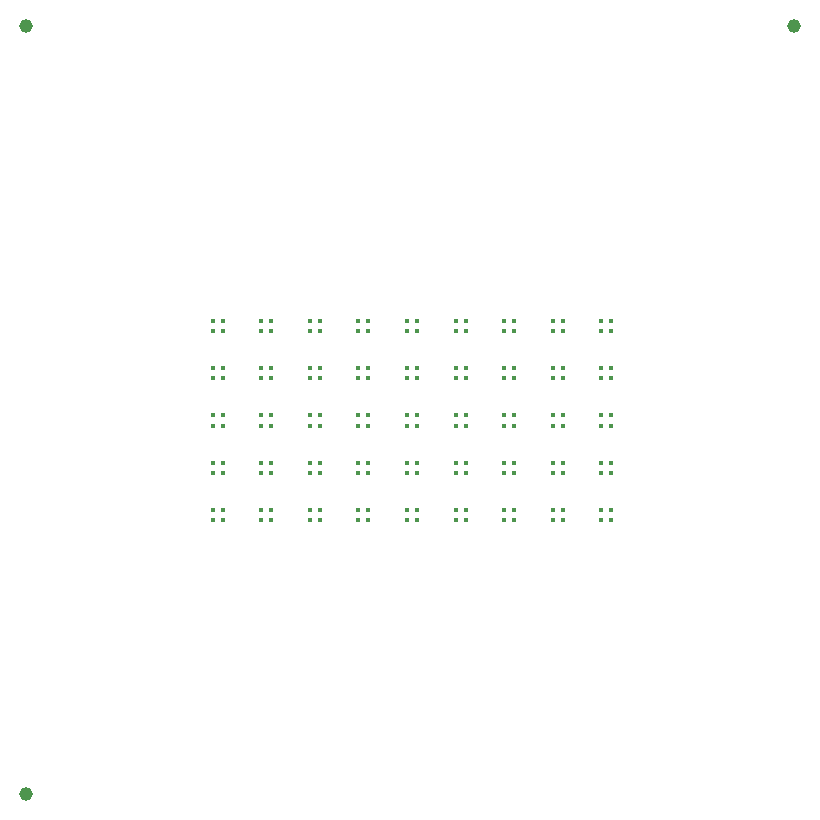
<source format=gtp>
G04 #@! TF.GenerationSoftware,KiCad,Pcbnew,7.0.2-6a45011f42~172~ubuntu22.04.1*
G04 #@! TF.CreationDate,2023-07-03T20:32:52+08:00*
G04 #@! TF.ProjectId,panel_5_1,70616e65-6c5f-4355-9f31-2e6b69636164,rev?*
G04 #@! TF.SameCoordinates,Original*
G04 #@! TF.FileFunction,Paste,Top*
G04 #@! TF.FilePolarity,Positive*
%FSLAX46Y46*%
G04 Gerber Fmt 4.6, Leading zero omitted, Abs format (unit mm)*
G04 Created by KiCad (PCBNEW 7.0.2-6a45011f42~172~ubuntu22.04.1) date 2023-07-03 20:32:52*
%MOMM*%
%LPD*%
G01*
G04 APERTURE LIST*
%ADD10R,0.450000X0.450000*%
%ADD11C,1.152000*%
G04 APERTURE END LIST*
D10*
G04 #@! TO.C,U4*
X31465663Y-36330000D03*
X30615663Y-36330000D03*
X31465663Y-35480000D03*
X30615663Y-35480000D03*
G04 #@! TD*
G04 #@! TO.C,U5*
X35579334Y-40330000D03*
X34729334Y-40330000D03*
X35579334Y-39480000D03*
X34729334Y-39480000D03*
G04 #@! TD*
G04 #@! TO.C,U6*
X39693005Y-44330000D03*
X38843005Y-44330000D03*
X39693005Y-43480000D03*
X38843005Y-43480000D03*
G04 #@! TD*
G04 #@! TO.C,U4*
X31465663Y-32330000D03*
X30615663Y-32330000D03*
X31465663Y-31480000D03*
X30615663Y-31480000D03*
G04 #@! TD*
G04 #@! TO.C,U5*
X35579334Y-32330000D03*
X34729334Y-32330000D03*
X35579334Y-31480000D03*
X34729334Y-31480000D03*
G04 #@! TD*
G04 #@! TO.C,U6*
X39693005Y-32330000D03*
X38843005Y-32330000D03*
X39693005Y-31480000D03*
X38843005Y-31480000D03*
G04 #@! TD*
G04 #@! TO.C,U2*
X23238321Y-44330000D03*
X22388321Y-44330000D03*
X23238321Y-43480000D03*
X22388321Y-43480000D03*
G04 #@! TD*
G04 #@! TO.C,U6*
X39693005Y-40330000D03*
X38843005Y-40330000D03*
X39693005Y-39480000D03*
X38843005Y-39480000D03*
G04 #@! TD*
D11*
G04 #@! TO.C,REF\u002A\u002A*
X2500000Y-2500000D03*
G04 #@! TD*
D10*
G04 #@! TO.C,U1*
X19124650Y-44330000D03*
X18274650Y-44330000D03*
X19124650Y-43480000D03*
X18274650Y-43480000D03*
G04 #@! TD*
G04 #@! TO.C,U8*
X47920347Y-44330000D03*
X47070347Y-44330000D03*
X47920347Y-43480000D03*
X47070347Y-43480000D03*
G04 #@! TD*
G04 #@! TO.C,U1*
X19124650Y-36330000D03*
X18274650Y-36330000D03*
X19124650Y-35480000D03*
X18274650Y-35480000D03*
G04 #@! TD*
G04 #@! TO.C,U3*
X27351992Y-40330000D03*
X26501992Y-40330000D03*
X27351992Y-39480000D03*
X26501992Y-39480000D03*
G04 #@! TD*
G04 #@! TO.C,U5*
X35579334Y-28330000D03*
X34729334Y-28330000D03*
X35579334Y-27480000D03*
X34729334Y-27480000D03*
G04 #@! TD*
G04 #@! TO.C,U9*
X52034022Y-44330000D03*
X51184022Y-44330000D03*
X52034022Y-43480000D03*
X51184022Y-43480000D03*
G04 #@! TD*
G04 #@! TO.C,U4*
X31465663Y-40330000D03*
X30615663Y-40330000D03*
X31465663Y-39480000D03*
X30615663Y-39480000D03*
G04 #@! TD*
G04 #@! TO.C,U3*
X27351992Y-28330000D03*
X26501992Y-28330000D03*
X27351992Y-27480000D03*
X26501992Y-27480000D03*
G04 #@! TD*
G04 #@! TO.C,U3*
X27351992Y-44330000D03*
X26501992Y-44330000D03*
X27351992Y-43480000D03*
X26501992Y-43480000D03*
G04 #@! TD*
G04 #@! TO.C,U4*
X31465663Y-28330000D03*
X30615663Y-28330000D03*
X31465663Y-27480000D03*
X30615663Y-27480000D03*
G04 #@! TD*
G04 #@! TO.C,U9*
X52034022Y-32330000D03*
X51184022Y-32330000D03*
X52034022Y-31480000D03*
X51184022Y-31480000D03*
G04 #@! TD*
G04 #@! TO.C,U8*
X47920347Y-40330000D03*
X47070347Y-40330000D03*
X47920347Y-39480000D03*
X47070347Y-39480000D03*
G04 #@! TD*
G04 #@! TO.C,U2*
X23238321Y-32330000D03*
X22388321Y-32330000D03*
X23238321Y-31480000D03*
X22388321Y-31480000D03*
G04 #@! TD*
G04 #@! TO.C,U7*
X43806676Y-40330000D03*
X42956676Y-40330000D03*
X43806676Y-39480000D03*
X42956676Y-39480000D03*
G04 #@! TD*
G04 #@! TO.C,U7*
X43806676Y-44330000D03*
X42956676Y-44330000D03*
X43806676Y-43480000D03*
X42956676Y-43480000D03*
G04 #@! TD*
G04 #@! TO.C,U8*
X47920347Y-28330000D03*
X47070347Y-28330000D03*
X47920347Y-27480000D03*
X47070347Y-27480000D03*
G04 #@! TD*
G04 #@! TO.C,U2*
X23238321Y-40330000D03*
X22388321Y-40330000D03*
X23238321Y-39480000D03*
X22388321Y-39480000D03*
G04 #@! TD*
G04 #@! TO.C,U9*
X52034022Y-36330000D03*
X51184022Y-36330000D03*
X52034022Y-35480000D03*
X51184022Y-35480000D03*
G04 #@! TD*
G04 #@! TO.C,U3*
X27351992Y-36330000D03*
X26501992Y-36330000D03*
X27351992Y-35480000D03*
X26501992Y-35480000D03*
G04 #@! TD*
G04 #@! TO.C,U5*
X35579334Y-44330000D03*
X34729334Y-44330000D03*
X35579334Y-43480000D03*
X34729334Y-43480000D03*
G04 #@! TD*
D11*
G04 #@! TO.C,REF\u002A\u002A*
X67500000Y-2500000D03*
G04 #@! TD*
D10*
G04 #@! TO.C,U9*
X52034022Y-28330000D03*
X51184022Y-28330000D03*
X52034022Y-27480000D03*
X51184022Y-27480000D03*
G04 #@! TD*
D11*
G04 #@! TO.C,REF\u002A\u002A*
X2500000Y-67500000D03*
G04 #@! TD*
D10*
G04 #@! TO.C,U5*
X35579334Y-36330000D03*
X34729334Y-36330000D03*
X35579334Y-35480000D03*
X34729334Y-35480000D03*
G04 #@! TD*
G04 #@! TO.C,U9*
X52034022Y-40330000D03*
X51184022Y-40330000D03*
X52034022Y-39480000D03*
X51184022Y-39480000D03*
G04 #@! TD*
G04 #@! TO.C,U7*
X43806676Y-36330000D03*
X42956676Y-36330000D03*
X43806676Y-35480000D03*
X42956676Y-35480000D03*
G04 #@! TD*
G04 #@! TO.C,U8*
X47920347Y-36330000D03*
X47070347Y-36330000D03*
X47920347Y-35480000D03*
X47070347Y-35480000D03*
G04 #@! TD*
G04 #@! TO.C,U8*
X47920347Y-32330000D03*
X47070347Y-32330000D03*
X47920347Y-31480000D03*
X47070347Y-31480000D03*
G04 #@! TD*
G04 #@! TO.C,U3*
X27351992Y-32330000D03*
X26501992Y-32330000D03*
X27351992Y-31480000D03*
X26501992Y-31480000D03*
G04 #@! TD*
G04 #@! TO.C,U6*
X39693005Y-28330000D03*
X38843005Y-28330000D03*
X39693005Y-27480000D03*
X38843005Y-27480000D03*
G04 #@! TD*
G04 #@! TO.C,U2*
X23238321Y-28330000D03*
X22388321Y-28330000D03*
X23238321Y-27480000D03*
X22388321Y-27480000D03*
G04 #@! TD*
G04 #@! TO.C,U7*
X43806676Y-28330000D03*
X42956676Y-28330000D03*
X43806676Y-27480000D03*
X42956676Y-27480000D03*
G04 #@! TD*
G04 #@! TO.C,U6*
X39693005Y-36330000D03*
X38843005Y-36330000D03*
X39693005Y-35480000D03*
X38843005Y-35480000D03*
G04 #@! TD*
G04 #@! TO.C,U2*
X23238321Y-36330000D03*
X22388321Y-36330000D03*
X23238321Y-35480000D03*
X22388321Y-35480000D03*
G04 #@! TD*
G04 #@! TO.C,U4*
X31465663Y-44330000D03*
X30615663Y-44330000D03*
X31465663Y-43480000D03*
X30615663Y-43480000D03*
G04 #@! TD*
G04 #@! TO.C,U1*
X19124650Y-28330000D03*
X18274650Y-28330000D03*
X19124650Y-27480000D03*
X18274650Y-27480000D03*
G04 #@! TD*
G04 #@! TO.C,U1*
X19124650Y-40330000D03*
X18274650Y-40330000D03*
X19124650Y-39480000D03*
X18274650Y-39480000D03*
G04 #@! TD*
G04 #@! TO.C,U1*
X19124650Y-32330000D03*
X18274650Y-32330000D03*
X19124650Y-31480000D03*
X18274650Y-31480000D03*
G04 #@! TD*
G04 #@! TO.C,U7*
X43806676Y-32330000D03*
X42956676Y-32330000D03*
X43806676Y-31480000D03*
X42956676Y-31480000D03*
G04 #@! TD*
M02*

</source>
